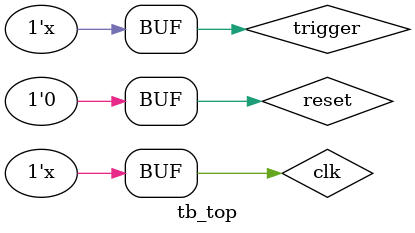
<source format=sv>
`include "interface.sv"

`include "test.sv"
//`include "directed_test.sv"
//----------------------------------------------------------------

module tb_top;
  
  //clock and reset signal declaration
  bit clk;
  bit reset;
  bit trigger;

  //clock ang trigger generation
  always #5 clk = ~clk;
  always #20 trigger = ~trigger;

  //reset Generation
  initial begin
    reset = 1;
    #5 reset =0;
  end
 
  //creatinng instance of interface, inorder to connect DUT and testcase
  intf i_intf(clk,reset, trigger);
  
  //Testcase instance, interface handle is passed to test as an argument
  test t1(i_intf);
  
  //DUT instance, interface signals are connected to the DUT ports
  delay_timer DUT (
    .clk(i_intf.clk),
    .reset(i_intf.reset),
    .Wb(i_intf.Wb),
    .mode_a(i_intf.mode_a),
     .mode_b(i_intf.mode_b),
    .trigger(i_intf.trigger),
    .delay_out(i_intf.delay_out)
   );
  
  //enabling the wave dump
  initial begin 
    $dumpfile("dump.vcd"); $dumpvars;
  end
endmodule

</source>
